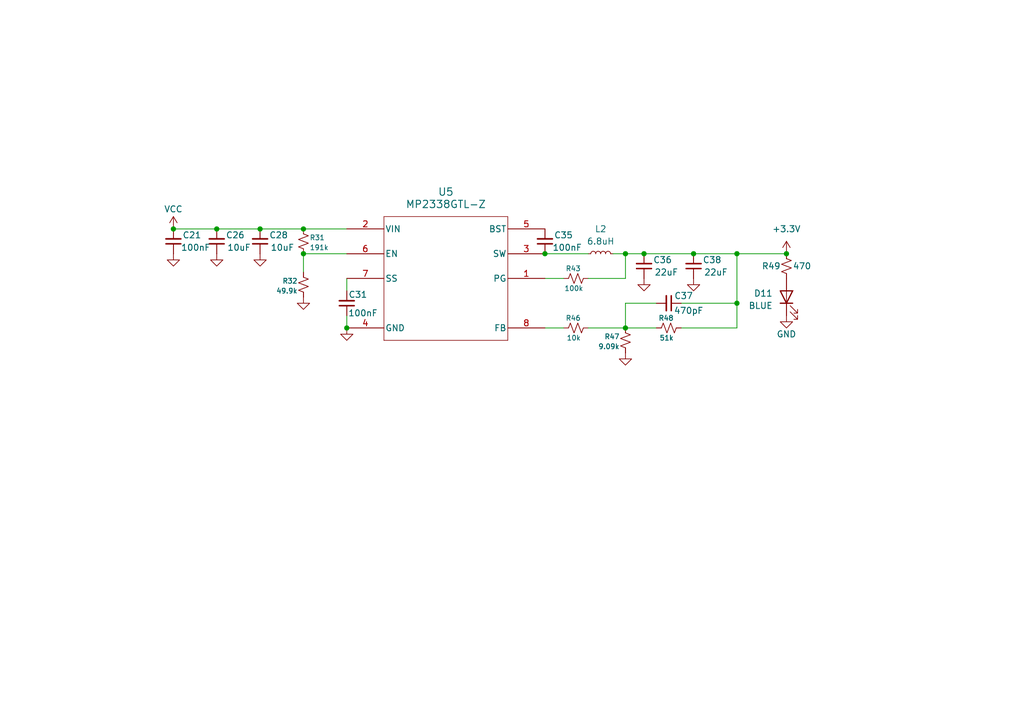
<source format=kicad_sch>
(kicad_sch (version 20250114) (generator "eeschema") (generator_version "9.0")
  (paper "A5")
  (lib_symbols
    (symbol "+3.3V_7" (power) (pin_numbers (hide yes)) (pin_names (offset 0) (hide yes))
      (property "Value" "+3.3V" (at 0 3.556 0))
      (symbol "+3.3V_7_0_1"
        (polyline (pts (xy -0.762 1.27) (xy 0 2.54)))
        (polyline (pts (xy 0 2.54) (xy 0.762 1.27)))
        (polyline (pts (xy 0 0) (xy 0 2.54)))
      )
      (symbol "+3.3V_7_1_1"
        (pin power_in line (at 0 0 90) (length 0) (name "~") (number "1"))
      )
    )
    (symbol "+3.3V_8" (power) (pin_numbers (hide yes)) (pin_names (offset 0) (hide yes))
      (property "Value" "+3.3V" (at 0 3.556 0))
      (symbol "+3.3V_8_0_1"
        (polyline (pts (xy -0.762 1.27) (xy 0 2.54)))
        (polyline (pts (xy 0 2.54) (xy 0.762 1.27)))
        (polyline (pts (xy 0 0) (xy 0 2.54)))
      )
      (symbol "+3.3V_8_1_1"
        (pin power_in line (at 0 0 90) (length 0) (name "~") (number "1"))
      )
    )
    (symbol "Device:C_Small" (pin_numbers (hide yes)) (pin_names (offset 0.254) (hide yes))
      (property "Reference" "C" (at 0.254 1.778 0))
      (property "Value" "C_Small" (at 0.254 -2.032 0))
      (symbol "C_Small_0_1"
        (polyline (pts (xy -1.524 0.508) (xy 1.524 0.508)) (stroke (width 0.3048)))
        (polyline (pts (xy -1.524 -0.508) (xy 1.524 -0.508)) (stroke (width 0.3302)))
      )
      (symbol "C_Small_1_1"
        (pin passive line (at 0 2.54 270) (length 2.032) (name "~") (number "1"))
        (pin passive line (at 0 -2.54 90) (length 2.032) (name "~") (number "2"))
      )
    )
    (symbol "Device:LED" (pin_numbers (hide yes)) (pin_names (offset 1.016) (hide yes))
      (property "Reference" "D" (at 0 2.54 0))
      (property "Value" "LED" (at 0 -2.54 0))
      (symbol "LED_0_1"
        (polyline (pts (xy -3.048 -0.762) (xy -4.572 -2.286) (xy -3.81 -2.286) (xy -4.572 -2.286) (xy -4.572 -1.524)))
        (polyline (pts (xy -1.778 -0.762) (xy -3.302 -2.286) (xy -2.54 -2.286) (xy -3.302 -2.286) (xy -3.302 -1.524)))
        (polyline (pts (xy -1.27 0) (xy 1.27 0)))
        (polyline (pts (xy -1.27 -1.27) (xy -1.27 1.27)) (stroke (width 0.254)))
        (polyline (pts (xy 1.27 -1.27) (xy 1.27 1.27) (xy -1.27 0) (xy 1.27 -1.27)) (stroke (width 0.254)))
      )
      (symbol "LED_1_1"
        (pin passive line (at -3.81 0 0) (length 2.54) (name "K") (number "1"))
        (pin passive line (at 3.81 0 180) (length 2.54) (name "A") (number "2"))
      )
    )
    (symbol "Device:L_Small" (pin_numbers (hide yes)) (pin_names (offset 0.254) (hide yes))
      (property "Reference" "L" (at 0.762 1.016 0))
      (property "Value" "L_Small" (at 0.762 -1.016 0))
      (symbol "L_Small_0_1"
        (arc (start 0 2.032) (mid 0.5058 1.524) (end 0 1.016))
        (arc (start 0 1.016) (mid 0.5058 0.508) (end 0 0))
        (arc (start 0 0) (mid 0.5058 -0.508) (end 0 -1.016))
        (arc (start 0 -1.016) (mid 0.5058 -1.524) (end 0 -2.032))
      )
      (symbol "L_Small_1_1"
        (pin passive line (at 0 2.54 270) (length 0.508) (name "~") (number "1"))
        (pin passive line (at 0 -2.54 90) (length 0.508) (name "~") (number "2"))
      )
    )
    (symbol "Device:R_Small_US" (pin_numbers (hide yes)) (pin_names (offset 0.254) (hide yes))
      (property "Reference" "R" (at 0.762 0.508 0))
      (property "Value" "R_Small_US" (at 0.762 -1.016 0))
      (symbol "R_Small_US_1_1"
        (polyline (pts (xy 0 1.524) (xy 1.016 1.143) (xy 0 0.762) (xy -1.016 0.381) (xy 0 0)))
        (polyline (pts (xy 0 0) (xy 1.016 -0.381) (xy 0 -0.762) (xy -1.016 -1.143) (xy 0 -1.524)))
        (pin passive line (at 0 2.54 270) (length 1.016) (name "~") (number "1"))
        (pin passive line (at 0 -2.54 90) (length 1.016) (name "~") (number "2"))
      )
    )
    (symbol "GND_12" (power) (pin_numbers (hide yes)) (pin_names (offset 0) (hide yes))
      (property "Value" "GND" (at 0 -3.81 0))
      (symbol "GND_12_0_1"
        (polyline (pts (xy 0 0) (xy 0 -1.27) (xy 1.27 -1.27) (xy 0 -2.54) (xy -1.27 -1.27) (xy 0 -1.27)))
      )
      (symbol "GND_12_1_1"
        (pin power_in line (at 0 0 270) (length 0) (name "~") (number "1"))
      )
    )
    (symbol "UCIRP-KiCAD-Lib:MP2338GTL-Z" (pin_names (offset 0.254))
      (property "Reference" "U" (at 20.32 10.16 0))
      (property "Value" "MP2338GTL-Z" (at 20.32 7.62 0))
      (symbol "MP2338GTL-Z_0_1"
        (polyline (pts (xy 7.62 5.08) (xy 7.62 -20.32)) (stroke (width 0.127)))
        (polyline (pts (xy 7.62 -20.32) (xy 33.02 -20.32)) (stroke (width 0.127)))
        (polyline (pts (xy 33.02 5.08) (xy 7.62 5.08)) (stroke (width 0.127)))
        (polyline (pts (xy 33.02 -20.32) (xy 33.02 5.08)) (stroke (width 0.127)))
        (pin power_in line (at 0 2.54 0) (length 7.62) (name "VIN") (number "2"))
        (pin input line (at 0 -2.54 0) (length 7.62) (name "EN") (number "6"))
        (pin unspecified line (at 0 -7.62 0) (length 7.62) (name "SS") (number "7"))
        (pin power_in line (at 0 -17.78 0) (length 7.62) (name "GND") (number "4"))
        (pin power_in line (at 40.64 2.54 180) (length 7.62) (name "BST") (number "5"))
        (pin output line (at 40.64 -2.54 180) (length 7.62) (name "SW") (number "3"))
        (pin output line (at 40.64 -7.62 180) (length 7.62) (name "PG") (number "1"))
        (pin output line (at 40.64 -17.78 180) (length 7.62) (name "FB") (number "8"))
      )
    )
    (symbol "power:GND" (power) (pin_names (offset 0))
      (property "Value" "GND" (at 0 -3.81 0))
      (symbol "GND_0_1"
        (polyline (pts (xy 0 0) (xy 0 -1.27) (xy 1.27 -1.27) (xy 0 -2.54) (xy -1.27 -1.27) (xy 0 -1.27)))
      )
      (symbol "GND_1_1"
        (pin power_in line (at 0 0 270) (length 0) (hide yes) (name "GND") (number "1"))
      )
    )
  )
  (junction (at 151.13 52.07))
  (junction (at 161.29 52.07))
  (junction (at 151.13 62.23))
  (junction (at 44.45 46.99))
  (junction (at 71.12 67.31))
  (junction (at 128.27 52.07))
  (junction (at 128.27 67.31))
  (junction (at 35.56 46.99))
  (junction (at 142.24 52.07))
  (junction (at 62.23 46.99))
  (junction (at 53.34 46.99))
  (junction (at 62.23 52.07))
  (junction (at 132.08 52.07))
  (junction (at 111.76 52.07))
  (wire (pts (xy 128.27 52.07) (xy 132.08 52.07)))
  (wire (pts (xy 139.7 62.23) (xy 151.13 62.23)))
  (wire (pts (xy 120.65 57.15) (xy 128.27 57.15)))
  (wire (pts (xy 71.12 59.69) (xy 71.12 57.15)))
  (wire (pts (xy 62.23 46.99) (xy 71.12 46.99)))
  (wire (pts (xy 142.24 52.07) (xy 151.13 52.07)))
  (wire (pts (xy 151.13 62.23) (xy 151.13 52.07)))
  (wire (pts (xy 53.34 46.99) (xy 62.23 46.99)))
  (wire (pts (xy 35.56 46.99) (xy 44.45 46.99)))
  (wire (pts (xy 111.76 52.07) (xy 120.65 52.07)))
  (wire (pts (xy 120.65 67.31) (xy 128.27 67.31)))
  (wire (pts (xy 44.45 46.99) (xy 53.34 46.99)))
  (wire (pts (xy 111.76 67.31) (xy 115.57 67.31)))
  (wire (pts (xy 71.12 52.07) (xy 62.23 52.07)))
  (wire (pts (xy 139.7 67.31) (xy 151.13 67.31)))
  (wire (pts (xy 134.62 62.23) (xy 128.27 62.23)))
  (wire (pts (xy 132.08 52.07) (xy 142.24 52.07)))
  (wire (pts (xy 71.12 64.77) (xy 71.12 67.31)))
  (wire (pts (xy 128.27 67.31) (xy 134.62 67.31)))
  (wire (pts (xy 128.27 62.23) (xy 128.27 67.31)))
  (wire (pts (xy 115.57 57.15) (xy 111.76 57.15)))
  (wire (pts (xy 62.23 52.07) (xy 62.23 55.88)))
  (wire (pts (xy 128.27 52.07) (xy 128.27 57.15)))
  (wire (pts (xy 151.13 67.31) (xy 151.13 62.23)))
  (wire (pts (xy 125.73 52.07) (xy 128.27 52.07)))
  (wire (pts (xy 161.29 52.07) (xy 151.13 52.07)))
  (symbol (lib_id "Device:C_Small") (at 111.76 49.53 0) (mirror x) (unit 1)
    (property "Reference" "C35" (at 115.57 48.26 0))
    (property "Value" "100nF" (at 116.332 50.8 0))
    (property "Footprint" "Capacitor_SMD:C_0603_1608Metric" (effects (hide yes)))
    (property "Manufacturer" "Generic" (effects (hide yes)))
    (property "Part #" "Generic 0603 6.3V 100nF X7R MLCC" (effects (hide yes)))
  )
  (symbol (lib_id "Device:C_Small") (at 44.45 49.53 0) (mirror x) (unit 1)
    (property "Reference" "C26" (at 48.26 48.26 0))
    (property "Value" "10uF" (at 49.022 50.8 0))
    (property "Footprint" "Capacitor_SMD:C_0603_1608Metric" (effects (hide yes)))
    (property "Manufacturer" "Generic" (effects (hide yes)))
    (property "Part #" "Generic 0603 6.3V 100nF X7R MLCC" (effects (hide yes)))
  )
  (symbol (lib_id "power:GND") (at 161.29 64.77 0) (unit 1)
    (property "Reference" "#PWR0134" (effects (hide yes)))
    (property "Value" "GND" (at 161.29 68.58 0))
  )
  (symbol (lib_name "GND_12") (lib_id "power:GND") (at 62.23 60.96 0) (unit 1)
    (property "Reference" "#PWR097" (effects (hide yes)))
    (property "Value" "GND" (effects (hide yes)))
    (property "Description" "Power symbol creates a global label with name \"GND\" , ground" (effects (hide yes)))
  )
  (symbol (lib_name "GND_12") (lib_id "power:GND") (at 142.24 57.15 0) (unit 1)
    (property "Reference" "#PWR0113" (effects (hide yes)))
    (property "Value" "GND" (effects (hide yes)))
    (property "Description" "Power symbol creates a global label with name \"GND\" , ground" (effects (hide yes)))
  )
  (symbol (lib_id "Device:R_Small_US") (at 128.27 69.85 0) (unit 1)
    (property "Reference" "R47" (at 123.952 69.088 0) (effects (font (size 1.016 1.016)) (justify left)))
    (property "Value" "9.09k" (at 122.682 71.12 0) (effects (font (size 1.016 1.016)) (justify left)))
    (property "Footprint" "Resistor_SMD:R_0603_1608Metric" (effects (hide yes)))
    (property "Description" "Resistor, small US symbol" (effects (hide yes)))
  )
  (symbol (lib_name "GND_12") (lib_id "power:GND") (at 71.12 67.31 0) (unit 1)
    (property "Reference" "#PWR0100" (effects (hide yes)))
    (property "Value" "GND" (effects (hide yes)))
    (property "Description" "Power symbol creates a global label with name \"GND\" , ground" (effects (hide yes)))
  )
  (symbol (lib_id "Device:R_Small_US") (at 62.23 49.53 0) (unit 1)
    (property "Reference" "R31" (at 63.5 48.768 0) (effects (font (size 1.016 1.016)) (justify left)))
    (property "Value" "191k" (at 63.5 50.8 0) (effects (font (size 1.016 1.016)) (justify left)))
    (property "Footprint" "Resistor_SMD:R_0603_1608Metric" (effects (hide yes)))
    (property "Description" "Resistor, small US symbol" (effects (hide yes)))
  )
  (symbol (lib_id "Device:L_Small") (at 123.19 52.07 90) (unit 1)
    (property "Reference" "L2" (at 123.19 46.99 90))
    (property "Value" "6.8uH" (at 123.19 49.53 90))
    (property "Footprint" "UCIRP-KiCAD-Lib:IND_VLS6045EX-6R8M" (effects (hide yes)))
    (property "Datasheet" "https://www.digikey.com/en/products/detail/tdk-corporation/VLS6045EX-6R8M/5287380" (effects (hide yes)))
    (property "Description" "Inductor, small symbol" (effects (hide yes)))
  )
  (symbol (lib_name "GND_12") (lib_id "power:GND") (at 132.08 57.15 0) (unit 1)
    (property "Reference" "#PWR0110" (effects (hide yes)))
    (property "Value" "GND" (effects (hide yes)))
    (property "Description" "Power symbol creates a global label with name \"GND\" , ground" (effects (hide yes)))
  )
  (symbol (lib_name "GND_12") (lib_id "power:GND") (at 128.27 72.39 0) (unit 1)
    (property "Reference" "#PWR0109" (effects (hide yes)))
    (property "Value" "GND" (effects (hide yes)))
    (property "Description" "Power symbol creates a global label with name \"GND\" , ground" (effects (hide yes)))
  )
  (symbol (lib_name "GND_12") (lib_id "power:GND") (at 35.56 52.07 0) (unit 1)
    (property "Reference" "#PWR079" (effects (hide yes)))
    (property "Value" "GND" (effects (hide yes)))
    (property "Description" "Power symbol creates a global label with name \"GND\" , ground" (effects (hide yes)))
  )
  (symbol (lib_id "Device:R_Small_US") (at 62.23 58.42 0) (unit 1)
    (property "Reference" "R32" (at 57.912 57.658 0) (effects (font (size 1.016 1.016)) (justify left)))
    (property "Value" "49.9k" (at 56.642 59.69 0) (effects (font (size 1.016 1.016)) (justify left)))
    (property "Footprint" "Resistor_SMD:R_0603_1608Metric" (effects (hide yes)))
    (property "Description" "Resistor, small US symbol" (effects (hide yes)))
  )
  (symbol (lib_id "Device:C_Small") (at 142.24 54.61 0) (mirror x) (unit 1)
    (property "Reference" "C38" (at 146.05 53.34 0))
    (property "Value" "22uF" (at 146.812 55.88 0))
    (property "Footprint" "Capacitor_SMD:C_0603_1608Metric" (effects (hide yes)))
    (property "Manufacturer" "Generic" (effects (hide yes)))
    (property "Part #" "Generic 0603 6.3V 100nF X7R MLCC" (effects (hide yes)))
  )
  (symbol (lib_id "Device:C_Small") (at 137.16 62.23 270) (mirror x) (unit 1)
    (property "Reference" "C37" (at 140.208 60.706 90))
    (property "Value" "470pF" (at 141.224 63.754 90))
    (property "Footprint" "Capacitor_SMD:C_0603_1608Metric" (effects (hide yes)))
    (property "Manufacturer" "Generic" (effects (hide yes)))
    (property "Part #" "Generic 0603 6.3V 100nF X7R MLCC" (effects (hide yes)))
  )
  (symbol (lib_id "UCIRP-KiCAD-Lib:MP2338GTL-Z") (at 71.12 49.53 0) (unit 1)
    (property "Reference" "U5" (at 91.44 39.37 0) (effects (font (size 1.524 1.524))))
    (property "Value" "MP2338GTL-Z" (at 91.44 41.91 0) (effects (font (size 1.524 1.524))))
    (property "Footprint" "SOT583_MP2338_MNP" (effects (hide yes)))
    (property "Datasheet" "https://www.monolithicpower.com/en/documentview/productdocument/index/version/2/document_type/Datasheet/lang/en/sku/MP2338GTL" (effects (hide yes)))
  )
  (symbol (lib_id "Device:C_Small") (at 35.56 49.53 0) (mirror x) (unit 1)
    (property "Reference" "C21" (at 39.37 48.26 0))
    (property "Value" "100nF" (at 40.132 50.8 0))
    (property "Footprint" "Capacitor_SMD:C_0603_1608Metric" (effects (hide yes)))
    (property "Manufacturer" "Generic" (effects (hide yes)))
    (property "Part #" "Generic 0603 6.3V 100nF X7R MLCC" (effects (hide yes)))
  )
  (symbol (lib_id "Device:R_Small_US") (at 161.29 54.61 0) (unit 1)
    (property "Reference" "R49" (at 156.21 54.61 0) (effects (justify left)))
    (property "Value" "470" (at 162.56 54.61 0) (effects (justify left)))
    (property "Footprint" "Resistor_SMD:R_0603_1608Metric" (effects (hide yes)))
    (property "Manufacturer" "Generic" (effects (hide yes)))
    (property "Part #" "Generic 0603 470 1% Resistor" (effects (hide yes)))
  )
  (symbol (lib_id "Device:R_Small_US") (at 118.11 57.15 90) (unit 1)
    (property "Reference" "R43" (at 119.126 55.118 90) (effects (font (size 1.016 1.016)) (justify left)))
    (property "Value" "100k" (at 119.634 59.182 90) (effects (font (size 1.016 1.016)) (justify left)))
    (property "Footprint" "Resistor_SMD:R_0603_1608Metric" (effects (hide yes)))
    (property "Description" "Resistor, small US symbol" (effects (hide yes)))
  )
  (symbol (lib_id "Device:C_Small") (at 132.08 54.61 0) (mirror x) (unit 1)
    (property "Reference" "C36" (at 135.89 53.34 0))
    (property "Value" "22uF" (at 136.652 55.88 0))
    (property "Footprint" "Capacitor_SMD:C_0603_1608Metric" (effects (hide yes)))
    (property "Manufacturer" "Generic" (effects (hide yes)))
    (property "Part #" "Generic 0603 6.3V 100nF X7R MLCC" (effects (hide yes)))
  )
  (symbol (lib_name "+3.3V_8") (lib_id "power:+3.3V") (at 161.29 52.07 0) (unit 1)
    (property "Reference" "#PWR0131" (effects (hide yes)))
    (property "Value" "+3.3V" (at 161.29 46.99 0))
    (property "Description" "Power symbol creates a global label with name \"+3.3V\"" (effects (hide yes)))
  )
  (symbol (lib_name "GND_12") (lib_id "power:GND") (at 53.34 52.07 0) (unit 1)
    (property "Reference" "#PWR090" (effects (hide yes)))
    (property "Value" "GND" (effects (hide yes)))
    (property "Description" "Power symbol creates a global label with name \"GND\" , ground" (effects (hide yes)))
  )
  (symbol (lib_name "+3.3V_7") (lib_id "power:+3.3V") (at 35.56 46.99 0) (unit 1)
    (property "Reference" "#PWR078" (effects (hide yes)))
    (property "Value" "VCC" (at 35.56 42.926 0))
    (property "Description" "Power symbol creates a global label with name \"+3.3V\"" (effects (hide yes)))
  )
  (symbol (lib_id "Device:R_Small_US") (at 118.11 67.31 90) (unit 1)
    (property "Reference" "R46" (at 119.126 65.278 90) (effects (font (size 1.016 1.016)) (justify left)))
    (property "Value" "10k" (at 119.126 69.342 90) (effects (font (size 1.016 1.016)) (justify left)))
    (property "Footprint" "Resistor_SMD:R_0603_1608Metric" (effects (hide yes)))
    (property "Description" "Resistor, small US symbol" (effects (hide yes)))
  )
  (symbol (lib_id "Device:C_Small") (at 53.34 49.53 0) (mirror x) (unit 1)
    (property "Reference" "C28" (at 57.15 48.26 0))
    (property "Value" "10uF" (at 57.912 50.8 0))
    (property "Footprint" "Capacitor_SMD:C_0603_1608Metric" (effects (hide yes)))
    (property "Manufacturer" "Generic" (effects (hide yes)))
    (property "Part #" "Generic 0603 6.3V 100nF X7R MLCC" (effects (hide yes)))
  )
  (symbol (lib_id "Device:LED") (at 161.29 60.96 90) (unit 1)
    (property "Reference" "D11" (at 158.496 60.198 90) (effects (justify left)))
    (property "Value" "BLUE" (at 158.496 62.738 90) (effects (justify left)))
    (property "Footprint" "Diode_SMD:D_0603_1608Metric" (effects (hide yes)))
    (property "Manufacturer" "Generic" (effects (hide yes)))
    (property "Part #" "Generic Green LED" (effects (hide yes)))
  )
  (symbol (lib_name "GND_12") (lib_id "power:GND") (at 44.45 52.07 0) (unit 1)
    (property "Reference" "#PWR084" (effects (hide yes)))
    (property "Value" "GND" (effects (hide yes)))
    (property "Description" "Power symbol creates a global label with name \"GND\" , ground" (effects (hide yes)))
  )
  (symbol (lib_id "Device:C_Small") (at 71.12 62.23 0) (mirror x) (unit 1)
    (property "Reference" "C31" (at 73.406 60.452 0))
    (property "Value" "100nF" (at 74.422 64.262 0))
    (property "Footprint" "Capacitor_SMD:C_0603_1608Metric" (effects (hide yes)))
    (property "Manufacturer" "Generic" (effects (hide yes)))
    (property "Part #" "Generic 0603 6.3V 100nF X7R MLCC" (effects (hide yes)))
  )
  (symbol (lib_id "Device:R_Small_US") (at 137.16 67.31 90) (unit 1)
    (property "Reference" "R48" (at 138.176 65.278 90) (effects (font (size 1.016 1.016)) (justify left)))
    (property "Value" "51k" (at 138.176 69.342 90) (effects (font (size 1.016 1.016)) (justify left)))
    (property "Footprint" "Resistor_SMD:R_0603_1608Metric" (effects (hide yes)))
    (property "Description" "Resistor, small US symbol" (effects (hide yes)))
  )
)
</source>
